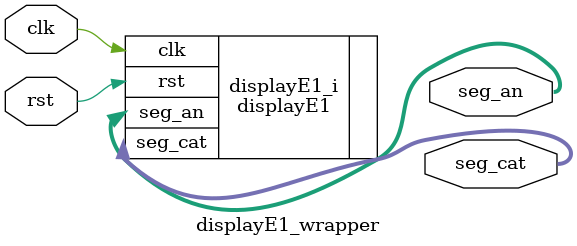
<source format=v>
`timescale 1 ps / 1 ps

module displayE1_wrapper
   (clk,
    rst,
    seg_an,
    seg_cat);
  input clk;
  input rst;
  output [3:0]seg_an;
  output [7:0]seg_cat;

  wire clk;
  wire rst;
  wire [3:0]seg_an;
  wire [7:0]seg_cat;

  displayE1 displayE1_i
       (.clk(clk),
        .rst(rst),
        .seg_an(seg_an),
        .seg_cat(seg_cat));
endmodule

</source>
